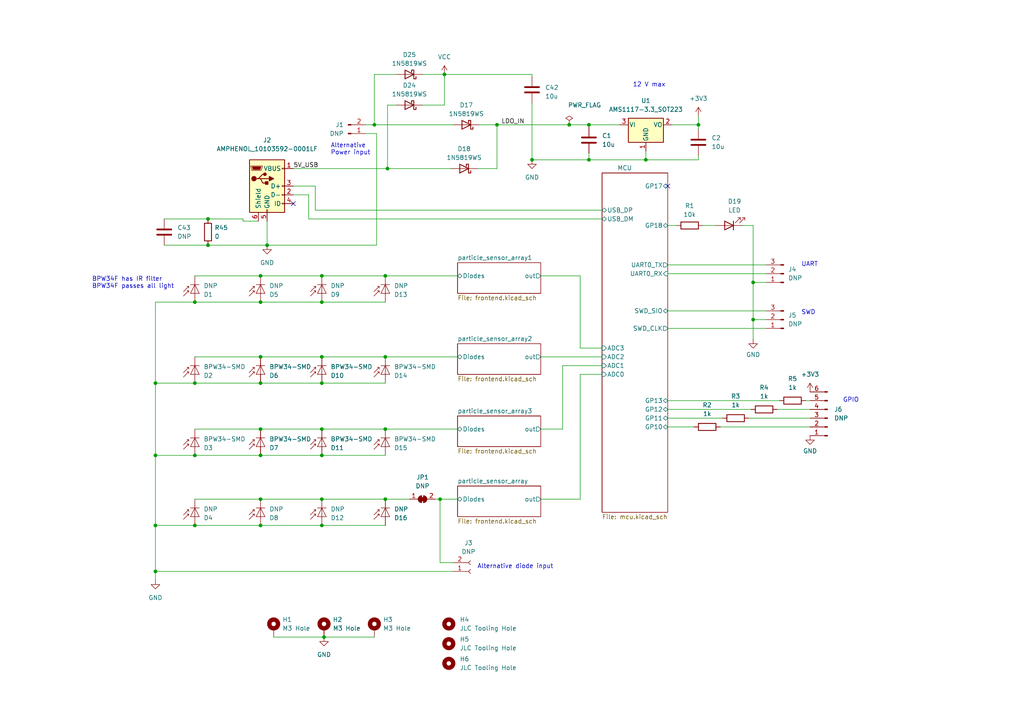
<source format=kicad_sch>
(kicad_sch (version 20230121) (generator eeschema)
  (paper "A4")
  (title_block (title "Beta Board") (date "2023-12-28") (rev "R1.1") (company "Tim Kuhlbusch") (comment 1 "Beta radiation detector"))
  (lib_symbols
    (symbol "Connector:Conn_01x02_Female" (pin_names (offset 1.016) hide)
      (property "Reference" "J" (at 0 2.54 0))
      (property "Value" "Conn_01x02_Female" (at 0 -5.08 0))
      (symbol "Conn_01x02_Female_1_1"
        (arc (start 0 -2.032) (mid -0.5058 -2.54) (end 0 -3.048) (stroke (width 0.1524)))
        (polyline (pts (xy -1.27 -2.54) (xy -0.508 -2.54)) (stroke (width 0.1524)))
        (polyline (pts (xy -1.27 0) (xy -0.508 0)) (stroke (width 0.1524)))
        (arc (start 0 0.508) (mid -0.5058 0) (end 0 -0.508) (stroke (width 0.1524)))
        (pin passive line (at -5.08 0 0) (length 3.81) (name "Pin_1") (number "1"))
        (pin passive line (at -5.08 -2.54 0) (length 3.81) (name "Pin_2") (number "2"))
      )
    )
    (symbol "Connector:Conn_01x02_Male" (pin_names (offset 1.016) hide)
      (property "Reference" "J" (at 0 2.54 0))
      (property "Value" "Conn_01x02_Male" (at 0 -5.08 0))
      (symbol "Conn_01x02_Male_1_1"
        (polyline (pts (xy 1.27 -2.54) (xy 0.8636 -2.54)) (stroke (width 0.1524)))
        (polyline (pts (xy 1.27 0) (xy 0.8636 0)) (stroke (width 0.1524)))
        (rectangle (start 0.8636 -2.413) (end 0 -2.667) (stroke (width 0.1524)) (fill (type outline)))
        (rectangle (start 0.8636 0.127) (end 0 -0.127) (stroke (width 0.1524)) (fill (type outline)))
        (pin passive line (at 5.08 0 180) (length 3.81) (name "Pin_1") (number "1"))
        (pin passive line (at 5.08 -2.54 180) (length 3.81) (name "Pin_2") (number "2"))
      )
    )
    (symbol "Connector:Conn_01x03_Male" (pin_names (offset 1.016) hide)
      (property "Reference" "J" (at 0 5.08 0))
      (property "Value" "Conn_01x03_Male" (at 0 -5.08 0))
      (symbol "Conn_01x03_Male_1_1"
        (polyline (pts (xy 1.27 -2.54) (xy 0.8636 -2.54)) (stroke (width 0.1524)))
        (polyline (pts (xy 1.27 0) (xy 0.8636 0)) (stroke (width 0.1524)))
        (polyline (pts (xy 1.27 2.54) (xy 0.8636 2.54)) (stroke (width 0.1524)))
        (rectangle (start 0.8636 -2.413) (end 0 -2.667) (stroke (width 0.1524)) (fill (type outline)))
        (rectangle (start 0.8636 0.127) (end 0 -0.127) (stroke (width 0.1524)) (fill (type outline)))
        (rectangle (start 0.8636 2.667) (end 0 2.413) (stroke (width 0.1524)) (fill (type outline)))
        (pin passive line (at 5.08 2.54 180) (length 3.81) (name "Pin_1") (number "1"))
        (pin passive line (at 5.08 0 180) (length 3.81) (name "Pin_2") (number "2"))
        (pin passive line (at 5.08 -2.54 180) (length 3.81) (name "Pin_3") (number "3"))
      )
    )
    (symbol "Connector:Conn_01x06_Male" (pin_names (offset 1.016) hide)
      (property "Reference" "J" (at 0 7.62 0))
      (property "Value" "Conn_01x06_Male" (at 0 -10.16 0))
      (symbol "Conn_01x06_Male_1_1"
        (polyline (pts (xy 1.27 -7.62) (xy 0.8636 -7.62)) (stroke (width 0.1524)))
        (polyline (pts (xy 1.27 -5.08) (xy 0.8636 -5.08)) (stroke (width 0.1524)))
        (polyline (pts (xy 1.27 -2.54) (xy 0.8636 -2.54)) (stroke (width 0.1524)))
        (polyline (pts (xy 1.27 0) (xy 0.8636 0)) (stroke (width 0.1524)))
        (polyline (pts (xy 1.27 2.54) (xy 0.8636 2.54)) (stroke (width 0.1524)))
        (polyline (pts (xy 1.27 5.08) (xy 0.8636 5.08)) (stroke (width 0.1524)))
        (rectangle (start 0.8636 -7.493) (end 0 -7.747) (stroke (width 0.1524)) (fill (type outline)))
        (rectangle (start 0.8636 -4.953) (end 0 -5.207) (stroke (width 0.1524)) (fill (type outline)))
        (rectangle (start 0.8636 -2.413) (end 0 -2.667) (stroke (width 0.1524)) (fill (type outline)))
        (rectangle (start 0.8636 0.127) (end 0 -0.127) (stroke (width 0.1524)) (fill (type outline)))
        (rectangle (start 0.8636 2.667) (end 0 2.413) (stroke (width 0.1524)) (fill (type outline)))
        (rectangle (start 0.8636 5.207) (end 0 4.953) (stroke (width 0.1524)) (fill (type outline)))
        (pin passive line (at 5.08 5.08 180) (length 3.81) (name "Pin_1") (number "1"))
        (pin passive line (at 5.08 2.54 180) (length 3.81) (name "Pin_2") (number "2"))
        (pin passive line (at 5.08 0 180) (length 3.81) (name "Pin_3") (number "3"))
        (pin passive line (at 5.08 -2.54 180) (length 3.81) (name "Pin_4") (number "4"))
        (pin passive line (at 5.08 -5.08 180) (length 3.81) (name "Pin_5") (number "5"))
        (pin passive line (at 5.08 -7.62 180) (length 3.81) (name "Pin_6") (number "6"))
      )
    )
    (symbol "Connector:USB_B_Micro" (pin_names (offset 1.016))
      (property "Reference" "J" (at -5.08 11.43 0))
      (property "Value" "USB_B_Micro" (at -5.08 8.89 0))
      (symbol "USB_B_Micro_0_1"
        (rectangle (start -5.08 -7.62) (end 5.08 7.62) (stroke (width 0.254)) (fill (type background)))
        (circle (center -3.81 2.159) (radius 0.635) (stroke (width 0.254)) (fill (type outline)))
        (circle (center -0.635 3.429) (radius 0.381) (stroke (width 0.254)) (fill (type outline)))
        (rectangle (start -0.127 -7.62) (end 0.127 -6.858))
        (polyline (pts (xy -1.905 2.159) (xy 0.635 2.159)) (stroke (width 0.254)))
        (polyline (pts (xy -3.175 2.159) (xy -2.54 2.159) (xy -1.27 3.429) (xy -0.635 3.429)) (stroke (width 0.254)))
        (polyline (pts (xy -2.54 2.159) (xy -1.905 2.159) (xy -1.27 0.889) (xy 0 0.889)) (stroke (width 0.254)))
        (polyline (pts (xy 0.635 2.794) (xy 0.635 1.524) (xy 1.905 2.159) (xy 0.635 2.794)) (stroke (width 0.254)) (fill (type outline)))
        (polyline (pts (xy -4.318 5.588) (xy -1.778 5.588) (xy -2.032 4.826) (xy -4.064 4.826) (xy -4.318 5.588)) (fill (type outline)))
        (polyline (pts (xy -4.699 5.842) (xy -4.699 5.588) (xy -4.445 4.826) (xy -4.445 4.572) (xy -1.651 4.572) (xy -1.651 4.826) (xy -1.397 5.588) (xy -1.397 5.842) (xy -4.699 5.842)))
        (rectangle (start 0.254 1.27) (end -0.508 0.508) (stroke (width 0.254)) (fill (type outline)))
        (rectangle (start 5.08 -5.207) (end 4.318 -4.953))
        (rectangle (start 5.08 -2.667) (end 4.318 -2.413))
        (rectangle (start 5.08 -0.127) (end 4.318 0.127))
        (rectangle (start 5.08 4.953) (end 4.318 5.207))
      )
      (symbol "USB_B_Micro_1_1"
        (pin power_out line (at 7.62 5.08 180) (length 2.54) (name "VBUS") (number "1"))
        (pin bidirectional line (at 7.62 -2.54 180) (length 2.54) (name "D-") (number "2"))
        (pin bidirectional line (at 7.62 0 180) (length 2.54) (name "D+") (number "3"))
        (pin passive line (at 7.62 -5.08 180) (length 2.54) (name "ID") (number "4"))
        (pin power_out line (at 0 -10.16 90) (length 2.54) (name "GND") (number "5"))
        (pin passive line (at -2.54 -10.16 90) (length 2.54) (name "Shield") (number "6"))
      )
    )
    (symbol "Device:C" (pin_numbers hide) (pin_names (offset 0.254))
      (property "Reference" "C" (at 0.635 2.54 0))
      (property "Value" "C" (at 0.635 -2.54 0))
      (symbol "C_0_1"
        (polyline (pts (xy -2.032 -0.762) (xy 2.032 -0.762)) (stroke (width 0.508)))
        (polyline (pts (xy -2.032 0.762) (xy 2.032 0.762)) (stroke (width 0.508)))
      )
      (symbol "C_1_1"
        (pin passive line (at 0 3.81 270) (length 2.794) (name "~") (number "1"))
        (pin passive line (at 0 -3.81 90) (length 2.794) (name "~") (number "2"))
      )
    )
    (symbol "Device:LED" (pin_numbers hide) (pin_names (offset 1.016) hide)
      (property "Reference" "D" (at 0 2.54 0))
      (property "Value" "LED" (at 0 -2.54 0))
      (symbol "LED_0_1"
        (polyline (pts (xy -1.27 -1.27) (xy -1.27 1.27)) (stroke (width 0.254)))
        (polyline (pts (xy -1.27 0) (xy 1.27 0)))
        (polyline (pts (xy 1.27 -1.27) (xy 1.27 1.27) (xy -1.27 0) (xy 1.27 -1.27)) (stroke (width 0.254)))
        (polyline (pts (xy -3.048 -0.762) (xy -4.572 -2.286) (xy -3.81 -2.286) (xy -4.572 -2.286) (xy -4.572 -1.524)))
        (polyline (pts (xy -1.778 -0.762) (xy -3.302 -2.286) (xy -2.54 -2.286) (xy -3.302 -2.286) (xy -3.302 -1.524)))
      )
      (symbol "LED_1_1"
        (pin passive line (at -3.81 0 0) (length 2.54) (name "K") (number "1"))
        (pin passive line (at 3.81 0 180) (length 2.54) (name "A") (number "2"))
      )
    )
    (symbol "Device:R" (pin_numbers hide) (pin_names (offset 0))
      (property "Reference" "R" (at 2.032 0 90))
      (property "Value" "R" (at 0 0 90))
      (symbol "R_0_1"
        (rectangle (start -1.016 -2.54) (end 1.016 2.54) (stroke (width 0.254)))
      )
      (symbol "R_1_1"
        (pin passive line (at 0 3.81 270) (length 1.27) (name "~") (number "1"))
        (pin passive line (at 0 -3.81 90) (length 1.27) (name "~") (number "2"))
      )
    )
    (symbol "Diode:1N5819WS" (pin_numbers hide) (pin_names (offset 1.016) hide)
      (property "Reference" "D" (at 0 2.54 0))
      (property "Value" "1N5819WS" (at 0 -2.54 0))
      (symbol "1N5819WS_0_1"
        (polyline (pts (xy 1.27 0) (xy -1.27 0)))
        (polyline (pts (xy 1.27 1.27) (xy 1.27 -1.27) (xy -1.27 0) (xy 1.27 1.27)) (stroke (width 0.254)))
        (polyline (pts (xy -1.905 0.635) (xy -1.905 1.27) (xy -1.27 1.27) (xy -1.27 -1.27) (xy -0.635 -1.27) (xy -0.635 -0.635)) (stroke (width 0.254)))
      )
      (symbol "1N5819WS_1_1"
        (pin passive line (at -3.81 0 0) (length 2.54) (name "K") (number "1"))
        (pin passive line (at 3.81 0 180) (length 2.54) (name "A") (number "2"))
      )
    )
    (symbol "Jumper:SolderJumper_2_Bridged" (pin_names (offset 0) hide)
      (property "Reference" "JP" (at 0 2.032 0))
      (property "Value" "SolderJumper_2_Bridged" (at 0 -2.54 0))
      (symbol "SolderJumper_2_Bridged_0_1"
        (rectangle (start -0.508 0.508) (end 0.508 -0.508) (fill (type outline)))
        (arc (start -0.254 1.016) (mid -1.2656 0) (end -0.254 -1.016))
        (arc (start -0.254 1.016) (mid -1.2656 0) (end -0.254 -1.016) (fill (type outline)))
        (polyline (pts (xy -0.254 1.016) (xy -0.254 -1.016)))
        (polyline (pts (xy 0.254 1.016) (xy 0.254 -1.016)))
        (arc (start 0.254 -1.016) (mid 1.2656 0) (end 0.254 1.016))
        (arc (start 0.254 -1.016) (mid 1.2656 0) (end 0.254 1.016) (fill (type outline)))
      )
      (symbol "SolderJumper_2_Bridged_1_1"
        (pin passive line (at -3.81 0 0) (length 2.54) (name "A") (number "1"))
        (pin passive line (at 3.81 0 180) (length 2.54) (name "B") (number "2"))
      )
    )
    (symbol "Mechanical:MountingHole" (pin_names (offset 1.016))
      (property "Reference" "H" (at 0 5.08 0))
      (property "Value" "MountingHole" (at 0 3.175 0))
      (symbol "MountingHole_0_1"
        (circle (center 0 0) (radius 1.27) (stroke (width 1.27)))
      )
    )
    (symbol "Mechanical:MountingHole_Pad" (pin_numbers hide) (pin_names (offset 1.016) hide)
      (property "Reference" "H" (at 0 6.35 0))
      (property "Value" "MountingHole_Pad" (at 0 4.445 0))
      (symbol "MountingHole_Pad_0_1"
        (circle (center 0 1.27) (radius 1.27) (stroke (width 1.27)))
      )
      (symbol "MountingHole_Pad_1_1"
        (pin input line (at 0 -2.54 90) (length 2.54) (name "1") (number "1"))
      )
    )
    (symbol "Regulator_Linear:NCP1117-3.3_SOT223" (pin_names (offset 0.254))
      (property "Reference" "U" (at -3.81 3.175 0))
      (property "Value" "NCP1117-3.3_SOT223" (at 0 3.175 0))
      (symbol "NCP1117-3.3_SOT223_0_1"
        (rectangle (start -5.08 -5.08) (end 5.08 1.905) (stroke (width 0.254)) (fill (type background)))
      )
      (symbol "NCP1117-3.3_SOT223_1_1"
        (pin power_in line (at 0 -7.62 90) (length 2.54) (name "GND") (number "1"))
        (pin power_out line (at 7.62 0 180) (length 2.54) (name "VO") (number "2"))
        (pin power_in line (at -7.62 0 0) (length 2.54) (name "VI") (number "3"))
      )
    )
    (symbol "Sensor_Optical:BPW34-SMD" (pin_numbers hide) (pin_names (offset 1.016) hide)
      (property "Reference" "D" (at 0.508 1.778 0))
      (property "Value" "BPW34-SMD" (at -1.016 -2.794 0))
      (symbol "BPW34-SMD_0_1"
        (polyline (pts (xy -2.54 1.27) (xy -2.54 -1.27)) (stroke (width 0.1524)))
        (polyline (pts (xy -2.032 1.778) (xy -1.524 1.778)))
        (polyline (pts (xy 0 -1.27) (xy 0 1.27)))
        (polyline (pts (xy 0 0) (xy -2.54 0)))
        (polyline (pts (xy -0.508 3.302) (xy -2.032 1.778) (xy -2.032 2.286)))
        (polyline (pts (xy 0 1.27) (xy -2.54 0) (xy 0 -1.27)))
        (polyline (pts (xy 0.762 3.302) (xy -0.762 1.778) (xy -0.762 2.286) (xy -0.762 1.778) (xy -0.254 1.778)))
      )
      (symbol "BPW34-SMD_1_1"
        (pin passive line (at -5.08 0 0) (length 2.54) (name "K") (number "1"))
        (pin passive line (at 2.54 0 180) (length 2.54) (name "A") (number "2"))
      )
    )
    (symbol "power:+3V3" (power) (pin_names (offset 0))
      (property "Value" "+3V3" (at 0 3.556 0))
      (symbol "+3V3_0_1"
        (polyline (pts (xy -0.762 1.27) (xy 0 2.54)))
        (polyline (pts (xy 0 0) (xy 0 2.54)))
        (polyline (pts (xy 0 2.54) (xy 0.762 1.27)))
      )
      (symbol "+3V3_1_1"
        (pin power_in line (at 0 0 90) (length 0) hide (name "+3V3") (number "1"))
      )
    )
    (symbol "power:GND" (power) (pin_names (offset 0))
      (property "Value" "GND" (at 0 -3.81 0))
      (symbol "GND_0_1"
        (polyline (pts (xy 0 0) (xy 0 -1.27) (xy 1.27 -1.27) (xy 0 -2.54) (xy -1.27 -1.27) (xy 0 -1.27)))
      )
      (symbol "GND_1_1"
        (pin power_in line (at 0 0 270) (length 0) hide (name "GND") (number "1"))
      )
    )
    (symbol "power:PWR_FLAG" (power) (pin_numbers hide) (pin_names (offset 0) hide)
      (property "Value" "PWR_FLAG" (at 0 3.81 0))
      (symbol "PWR_FLAG_0_0"
        (pin power_out line (at 0 0 90) (length 0) (name "pwr") (number "1"))
      )
      (symbol "PWR_FLAG_0_1"
        (polyline (pts (xy 0 0) (xy 0 1.27) (xy -1.016 1.905) (xy 0 2.54) (xy 1.016 1.905) (xy 0 1.27)))
      )
    )
    (symbol "power:VCC" (power) (pin_names (offset 0))
      (property "Value" "VCC" (at 0 3.81 0))
      (symbol "VCC_0_1"
        (polyline (pts (xy -0.762 1.27) (xy 0 2.54)))
        (polyline (pts (xy 0 0) (xy 0 2.54)))
        (polyline (pts (xy 0 2.54) (xy 0.762 1.27)))
      )
      (symbol "VCC_1_1"
        (pin power_in line (at 0 0 90) (length 0) hide (name "VCC") (number "1"))
      )
    )
  )
  (junction (at 56.515 132.08))
  (junction (at 170.815 36.195))
  (junction (at 170.815 46.355))
  (junction (at 165.1 36.195))
  (junction (at 93.345 152.4))
  (junction (at 56.515 87.63))
  (junction (at 75.565 144.78))
  (junction (at 111.76 124.46))
  (junction (at 93.345 132.08))
  (junction (at 75.565 80.01))
  (junction (at 77.47 71.12))
  (junction (at 187.325 46.355))
  (junction (at 56.515 152.4))
  (junction (at 45.085 132.08))
  (junction (at 93.345 80.01))
  (junction (at 144.145 36.195))
  (junction (at 218.44 81.915))
  (junction (at 45.085 152.4))
  (junction (at 202.565 36.195))
  (junction (at 154.305 46.355))
  (junction (at 45.085 165.735))
  (junction (at 112.395 48.895))
  (junction (at 60.325 71.12))
  (junction (at 93.345 144.78))
  (junction (at 75.565 152.4))
  (junction (at 75.565 103.505))
  (junction (at 93.345 103.505))
  (junction (at 111.76 80.01))
  (junction (at 108.585 36.195))
  (junction (at 93.345 124.46))
  (junction (at 45.085 111.125))
  (junction (at 56.515 111.125))
  (junction (at 60.325 63.5))
  (junction (at 75.565 87.63))
  (junction (at 75.565 124.46))
  (junction (at 127.635 144.78))
  (junction (at 111.76 144.78))
  (junction (at 75.565 111.125))
  (junction (at 93.345 87.63))
  (junction (at 218.44 92.71))
  (junction (at 93.98 184.785))
  (junction (at 75.565 132.08))
  (junction (at 93.345 111.125))
  (junction (at 128.905 21.59))
  (junction (at 111.76 103.505))
  (no_connect (at 85.09 59.055))
  (no_connect (at 193.675 53.975))
  (wire (pts (xy 91.44 60.96) (xy 174.625 60.96)))
  (wire (pts (xy 56.515 87.63) (xy 45.085 87.63)))
  (wire (pts (xy 168.275 80.01) (xy 156.845 80.01)))
  (wire (pts (xy 111.76 103.505) (xy 132.715 103.505)))
  (wire (pts (xy 139.065 36.195) (xy 144.145 36.195)))
  (wire (pts (xy 56.515 80.01) (xy 75.565 80.01)))
  (wire (pts (xy 70.485 63.5) (xy 70.485 64.135)))
  (wire (pts (xy 128.905 21.59) (xy 154.305 21.59)))
  (wire (pts (xy 193.675 79.375) (xy 222.25 79.375)))
  (wire (pts (xy 154.305 29.845) (xy 154.305 46.355)))
  (wire (pts (xy 93.345 87.63) (xy 111.76 87.63)))
  (wire (pts (xy 138.43 48.895) (xy 144.145 48.895)))
  (wire (pts (xy 111.76 80.01) (xy 132.715 80.01)))
  (wire (pts (xy 233.68 116.205) (xy 234.95 116.205)))
  (wire (pts (xy 207.645 65.405) (xy 203.835 65.405)))
  (wire (pts (xy 127.635 144.78) (xy 132.715 144.78)))
  (wire (pts (xy 218.44 92.71) (xy 222.25 92.71)))
  (wire (pts (xy 75.565 124.46) (xy 93.345 124.46)))
  (wire (pts (xy 60.325 63.5) (xy 70.485 63.5)))
  (wire (pts (xy 156.845 103.505) (xy 174.625 103.505)))
  (wire (pts (xy 79.375 184.785) (xy 93.98 184.785)))
  (wire (pts (xy 93.345 80.01) (xy 111.76 80.01)))
  (wire (pts (xy 85.09 53.975) (xy 91.44 53.975)))
  (wire (pts (xy 93.345 103.505) (xy 111.76 103.505)))
  (wire (pts (xy 45.085 165.735) (xy 45.085 168.275)))
  (wire (pts (xy 56.515 124.46) (xy 75.565 124.46)))
  (wire (pts (xy 163.195 124.46) (xy 163.195 106.045)))
  (wire (pts (xy 202.565 36.195) (xy 202.565 37.465)))
  (wire (pts (xy 128.905 21.59) (xy 128.905 30.48)))
  (wire (pts (xy 111.76 144.78) (xy 118.745 144.78)))
  (wire (pts (xy 45.085 111.125) (xy 56.515 111.125)))
  (wire (pts (xy 122.555 21.59) (xy 128.905 21.59)))
  (wire (pts (xy 45.085 132.08) (xy 45.085 152.4)))
  (wire (pts (xy 93.345 124.46) (xy 111.76 124.46)))
  (wire (pts (xy 85.09 48.895) (xy 112.395 48.895)))
  (wire (pts (xy 56.515 103.505) (xy 75.565 103.505)))
  (wire (pts (xy 47.625 71.12) (xy 60.325 71.12)))
  (wire (pts (xy 218.44 81.915) (xy 222.25 81.915)))
  (wire (pts (xy 112.395 48.895) (xy 112.395 30.48)))
  (wire (pts (xy 126.365 144.78) (xy 127.635 144.78)))
  (wire (pts (xy 56.515 152.4) (xy 75.565 152.4)))
  (wire (pts (xy 174.625 108.585) (xy 168.275 108.585)))
  (wire (pts (xy 127.635 163.195) (xy 131.445 163.195)))
  (wire (pts (xy 56.515 144.78) (xy 75.565 144.78)))
  (wire (pts (xy 128.905 30.48) (xy 122.555 30.48)))
  (wire (pts (xy 93.345 132.08) (xy 111.76 132.08)))
  (wire (pts (xy 56.515 132.08) (xy 75.565 132.08)))
  (wire (pts (xy 85.09 56.515) (xy 89.535 56.515)))
  (wire (pts (xy 168.275 144.78) (xy 156.845 144.78)))
  (wire (pts (xy 75.565 80.01) (xy 93.345 80.01)))
  (wire (pts (xy 127.635 144.78) (xy 127.635 163.195)))
  (wire (pts (xy 215.265 65.405) (xy 218.44 65.405)))
  (wire (pts (xy 144.145 36.195) (xy 165.1 36.195)))
  (wire (pts (xy 170.815 44.45) (xy 170.815 46.355)))
  (wire (pts (xy 56.515 111.125) (xy 75.565 111.125)))
  (wire (pts (xy 218.44 92.71) (xy 218.44 98.425)))
  (wire (pts (xy 170.815 36.83) (xy 170.815 36.195)))
  (wire (pts (xy 93.345 144.78) (xy 111.76 144.78)))
  (wire (pts (xy 77.47 64.135) (xy 77.47 71.12)))
  (wire (pts (xy 89.535 56.515) (xy 89.535 63.5)))
  (wire (pts (xy 156.845 124.46) (xy 163.195 124.46)))
  (wire (pts (xy 75.565 111.125) (xy 93.345 111.125)))
  (wire (pts (xy 89.535 63.5) (xy 174.625 63.5)))
  (wire (pts (xy 75.565 87.63) (xy 93.345 87.63)))
  (wire (pts (xy 170.815 36.195) (xy 179.705 36.195)))
  (wire (pts (xy 193.675 65.405) (xy 196.215 65.405)))
  (wire (pts (xy 47.625 63.5) (xy 60.325 63.5)))
  (wire (pts (xy 187.325 43.815) (xy 187.325 46.355)))
  (wire (pts (xy 202.565 33.655) (xy 202.565 36.195)))
  (wire (pts (xy 70.485 64.135) (xy 74.93 64.135)))
  (wire (pts (xy 56.515 87.63) (xy 75.565 87.63)))
  (wire (pts (xy 168.275 108.585) (xy 168.275 144.78)))
  (wire (pts (xy 144.145 48.895) (xy 144.145 36.195)))
  (wire (pts (xy 165.1 36.195) (xy 170.815 36.195)))
  (wire (pts (xy 91.44 53.975) (xy 91.44 60.96)))
  (wire (pts (xy 45.085 87.63) (xy 45.085 111.125)))
  (wire (pts (xy 193.675 118.745) (xy 217.805 118.745)))
  (wire (pts (xy 208.915 123.825) (xy 234.95 123.825)))
  (wire (pts (xy 45.085 111.125) (xy 45.085 132.08)))
  (wire (pts (xy 108.585 21.59) (xy 114.935 21.59)))
  (wire (pts (xy 75.565 103.505) (xy 93.345 103.505)))
  (wire (pts (xy 154.305 21.59) (xy 154.305 22.225)))
  (wire (pts (xy 168.275 100.965) (xy 168.275 80.01)))
  (wire (pts (xy 194.945 36.195) (xy 202.565 36.195)))
  (wire (pts (xy 75.565 132.08) (xy 93.345 132.08)))
  (wire (pts (xy 193.675 76.835) (xy 222.25 76.835)))
  (wire (pts (xy 202.565 46.355) (xy 202.565 45.085)))
  (wire (pts (xy 187.325 46.355) (xy 202.565 46.355)))
  (wire (pts (xy 75.565 152.4) (xy 93.345 152.4)))
  (wire (pts (xy 154.305 46.355) (xy 170.815 46.355)))
  (wire (pts (xy 45.085 132.08) (xy 56.515 132.08)))
  (wire (pts (xy 193.675 123.825) (xy 201.295 123.825)))
  (wire (pts (xy 45.085 152.4) (xy 45.085 165.735)))
  (wire (pts (xy 193.675 95.25) (xy 222.25 95.25)))
  (wire (pts (xy 112.395 30.48) (xy 114.935 30.48)))
  (wire (pts (xy 163.195 106.045) (xy 174.625 106.045)))
  (wire (pts (xy 108.585 36.195) (xy 108.585 21.59)))
  (wire (pts (xy 168.275 100.965) (xy 174.625 100.965)))
  (wire (pts (xy 93.345 152.4) (xy 111.76 152.4)))
  (wire (pts (xy 170.815 46.355) (xy 187.325 46.355)))
  (wire (pts (xy 225.425 118.745) (xy 234.95 118.745)))
  (wire (pts (xy 93.345 111.125) (xy 111.76 111.125)))
  (wire (pts (xy 218.44 81.915) (xy 218.44 92.71)))
  (wire (pts (xy 93.98 184.785) (xy 108.585 184.785)))
  (wire (pts (xy 60.325 71.12) (xy 77.47 71.12)))
  (wire (pts (xy 111.76 124.46) (xy 132.715 124.46)))
  (wire (pts (xy 218.44 65.405) (xy 218.44 81.915)))
  (wire (pts (xy 106.045 36.195) (xy 108.585 36.195)))
  (wire (pts (xy 193.675 116.205) (xy 226.06 116.205)))
  (wire (pts (xy 193.675 121.285) (xy 209.55 121.285)))
  (wire (pts (xy 112.395 48.895) (xy 130.81 48.895)))
  (wire (pts (xy 75.565 144.78) (xy 93.345 144.78)))
  (wire (pts (xy 108.585 36.195) (xy 131.445 36.195)))
  (wire (pts (xy 193.675 90.17) (xy 222.25 90.17)))
  (wire (pts (xy 109.22 38.735) (xy 109.22 71.12)))
  (wire (pts (xy 106.045 38.735) (xy 109.22 38.735)))
  (wire (pts (xy 77.47 71.12) (xy 109.22 71.12)))
  (wire (pts (xy 217.17 121.285) (xy 234.95 121.285)))
  (wire (pts (xy 45.085 165.735) (xy 131.445 165.735)))
  (wire (pts (xy 45.085 152.4) (xy 56.515 152.4)))
  (text "SWD" (at 232.41 91.44 0) (effects (font (size 1.27 1.27)) (justify left bottom)))
  (text "12 V max" (at 183.515 25.4 0) (effects (font (size 1.27 1.27)) (justify left bottom)))
  (text "Alternative\nPower input" (at 95.885 45.085 0) (effects (font (size 1.27 1.27)) (justify left bottom)))
  (text "Alternative diode input" (at 138.43 165.1 0) (effects (font (size 1.27 1.27)) (justify left bottom)))
  (text "GPIO" (at 244.475 116.84 0) (effects (font (size 1.27 1.27)) (justify left bottom)))
  (text "BPW34F has IR filter\nBPW34F passes all light" (at 26.67 83.82 0) (effects (font (size 1.27 1.27)) (justify left bottom)))
  (text "UART" (at 232.41 77.47 0) (effects (font (size 1.27 1.27)) (justify left bottom)))
  (label "LDO_IN" (at 145.415 36.195 0))
  (label "5V_USB" (at 85.09 48.895 0))
  (symbol (lib_id "Diode:1N5819WS") (at 118.745 21.59 180) (unit 1)
    (property "Reference" "D25" (at 118.745 15.875 0))
    (property "Value" "1N5819WS" (at 118.745 18.415 0))
    (property "Footprint" "Diode_SMD:D_SOD-323" (effects hide))
    (property "Datasheet" "https://datasheet.lcsc.com/lcsc/2204281430_Guangdong-Hottech-1N5819WS_C191023.pdf" (effects hide))
  )
  (symbol (lib_id "Mechanical:MountingHole") (at 130.175 180.975 0) (unit 1) (in_bom no)
    (property "Reference" "H4" (at 133.35 179.7049 0) (effects (justify left)))
    (property "Value" "JLC Tooling Hole" (at 133.35 182.2449 0) (effects (justify left)))
    (property "Footprint" "betaBoard:JLC_tooling_hole" (effects hide))
  )
  (symbol (lib_id "Mechanical:MountingHole_Pad") (at 93.98 182.245 0) (unit 1) (in_bom no)
    (property "Reference" "H2" (at 96.52 179.7049 0) (effects (justify left)))
    (property "Value" "M3 Hole" (at 96.52 182.2449 0) (effects (justify left)))
    (property "Footprint" "MountingHole:MountingHole_2.7mm_M2.5_DIN965_Pad" (effects hide))
  )
  (symbol (lib_id "Device:R") (at 200.025 65.405 270) (unit 1)
    (property "Reference" "R1" (at 200.025 59.69 90))
    (property "Value" "10k" (at 200.025 62.23 90))
    (property "Footprint" "Resistor_SMD:R_0603_1608Metric" (effects hide))
  )
  (symbol (lib_id "Connector:Conn_01x03_Male") (at 227.33 79.375 180) (unit 1)
    (property "Reference" "J4" (at 228.6 78.1049 0) (effects (justify right)))
    (property "Value" "DNP" (at 228.6 80.6449 0) (effects (justify right)))
    (property "Footprint" "Connector_PinHeader_2.54mm:PinHeader_1x03_P2.54mm_Vertical" (effects hide))
  )
  (symbol (lib_id "Diode:1N5819WS") (at 118.745 30.48 180) (unit 1)
    (property "Reference" "D24" (at 118.745 24.765 0))
    (property "Value" "1N5819WS" (at 118.745 27.305 0))
    (property "Footprint" "Diode_SMD:D_SOD-323" (effects hide))
    (property "Datasheet" "https://datasheet.lcsc.com/lcsc/2204281430_Guangdong-Hottech-1N5819WS_C191023.pdf" (effects hide))
  )
  (symbol (lib_id "Diode:1N5819WS") (at 134.62 48.895 180) (unit 1)
    (property "Reference" "D18" (at 134.62 43.18 0))
    (property "Value" "1N5819WS" (at 134.62 45.72 0))
    (property "Footprint" "Diode_SMD:D_SOD-323" (effects hide))
    (property "Datasheet" "https://datasheet.lcsc.com/lcsc/2204281430_Guangdong-Hottech-1N5819WS_C191023.pdf" (effects hide))
  )
  (symbol (lib_id "power:PWR_FLAG") (at 165.1 36.195 0) (unit 1)
    (property "Reference" "#FLG01" (effects hide))
    (property "Value" "PWR_FLAG" (at 169.545 30.48 0))
  )
  (symbol (lib_id "Sensor_Optical:BPW34-SMD") (at 93.345 129.54 90) (mirror x) (unit 1)
    (property "Reference" "D11" (at 95.885 129.883 90) (effects (justify right)))
    (property "Value" "BPW34-SMD" (at 95.885 127.343 90) (effects (justify right)))
    (property "Footprint" "betaBoard:Osram_BPW34S-SMD_hole" (effects hide))
    (property "Datasheet" "https://dammedia.osram.info/media/resource/hires/osram-dam-5488319/BPW%2034%20S_EN.pdf" (effects hide))
  )
  (symbol (lib_id "Mechanical:MountingHole_Pad") (at 108.585 182.245 0) (unit 1) (in_bom no)
    (property "Reference" "H3" (at 111.125 179.7049 0) (effects (justify left)))
    (property "Value" "M3 Hole" (at 111.125 182.2449 0) (effects (justify left)))
    (property "Footprint" "MountingHole:MountingHole_2.7mm_M2.5_DIN965_Pad" (effects hide))
  )
  (symbol (lib_id "Sensor_Optical:BPW34-SMD") (at 56.515 149.86 90) (mirror x) (unit 1)
    (property "Reference" "D4" (at 59.055 150.203 90) (effects (justify right)))
    (property "Value" "DNP" (at 59.055 147.663 90) (effects (justify right)))
    (property "Footprint" "OptoDevice:Osram_BPW34S-SMD" (effects hide))
    (property "Datasheet" "https://dammedia.osram.info/media/resource/hires/osram-dam-5488319/BPW%2034%20S_EN.pdf" (effects hide))
  )
  (symbol (lib_id "Device:C") (at 202.565 41.275 0) (unit 1)
    (property "Reference" "C2" (at 206.375 40.0049 0) (effects (justify left)))
    (property "Value" "10u" (at 206.375 42.5449 0) (effects (justify left)))
    (property "Footprint" "Capacitor_SMD:C_1206_3216Metric" (effects hide))
  )
  (symbol (lib_id "Sensor_Optical:BPW34-SMD") (at 56.515 85.09 90) (mirror x) (unit 1)
    (property "Reference" "D1" (at 59.055 85.433 90) (effects (justify right)))
    (property "Value" "DNP" (at 59.055 82.893 90) (effects (justify right)))
    (property "Footprint" "OptoDevice:Osram_BPW34S-SMD" (effects hide))
    (property "Datasheet" "https://dammedia.osram.info/media/resource/hires/osram-dam-5488319/BPW%2034%20S_EN.pdf" (effects hide))
  )
  (symbol (lib_id "Device:C") (at 47.625 67.31 0) (unit 1)
    (property "Reference" "C43" (at 51.435 66.04 0) (effects (justify left)))
    (property "Value" "DNP" (at 51.435 68.58 0) (effects (justify left)))
    (property "Footprint" "Capacitor_SMD:C_0603_1608Metric" (effects hide))
  )
  (symbol (lib_id "Device:LED") (at 211.455 65.405 180) (unit 1)
    (property "Reference" "D19" (at 213.0425 58.42 0))
    (property "Value" "LED" (at 213.0425 60.96 0))
    (property "Footprint" "LED_SMD:LED_0603_1608Metric" (effects hide))
  )
  (symbol (lib_id "Mechanical:MountingHole") (at 130.175 186.69 0) (unit 1) (in_bom no)
    (property "Reference" "H5" (at 133.35 185.4199 0) (effects (justify left)))
    (property "Value" "JLC Tooling Hole" (at 133.35 187.9599 0) (effects (justify left)))
    (property "Footprint" "betaBoard:JLC_tooling_hole" (effects hide))
  )
  (symbol (lib_id "Device:C") (at 154.305 26.035 0) (unit 1)
    (property "Reference" "C42" (at 158.115 25.4 0) (effects (justify left)))
    (property "Value" "10u" (at 158.115 27.94 0) (effects (justify left)))
    (property "Footprint" "Capacitor_SMD:C_1206_3216Metric" (effects hide))
  )
  (symbol (lib_id "power:GND") (at 45.085 168.275 0) (unit 1)
    (property "Reference" "#PWR04" (effects hide))
    (property "Value" "GND" (at 45.085 173.355 0))
  )
  (symbol (lib_id "Sensor_Optical:BPW34-SMD") (at 75.565 85.09 90) (mirror x) (unit 1)
    (property "Reference" "D5" (at 78.105 85.433 90) (effects (justify right)))
    (property "Value" "DNP" (at 78.105 82.893 90) (effects (justify right)))
    (property "Footprint" "OptoDevice:Osram_BPW34S-SMD" (effects hide))
    (property "Datasheet" "https://dammedia.osram.info/media/resource/hires/osram-dam-5488319/BPW%2034%20S_EN.pdf" (effects hide))
  )
  (symbol (lib_id "Sensor_Optical:BPW34-SMD") (at 111.76 108.585 90) (mirror x) (unit 1)
    (property "Reference" "D14" (at 114.3 108.928 90) (effects (justify right)))
    (property "Value" "BPW34-SMD" (at 114.3 106.388 90) (effects (justify right)))
    (property "Footprint" "betaBoard:Osram_BPW34S-SMD_hole" (effects hide))
    (property "Datasheet" "https://dammedia.osram.info/media/resource/hires/osram-dam-5488319/BPW%2034%20S_EN.pdf" (effects hide))
  )
  (symbol (lib_id "Sensor_Optical:BPW34-SMD") (at 75.565 108.585 90) (mirror x) (unit 1)
    (property "Reference" "D6" (at 78.105 108.928 90) (effects (justify right)))
    (property "Value" "BPW34-SMD" (at 78.105 106.388 90) (effects (justify right)))
    (property "Footprint" "betaBoard:Osram_BPW34S-SMD_hole" (effects hide))
    (property "Datasheet" "https://dammedia.osram.info/media/resource/hires/osram-dam-5488319/BPW%2034%20S_EN.pdf" (effects hide))
  )
  (symbol (lib_id "power:VCC") (at 128.905 21.59 0) (unit 1)
    (property "Reference" "#PWR08" (effects hide))
    (property "Value" "VCC" (at 128.905 16.51 0))
  )
  (symbol (lib_id "Sensor_Optical:BPW34-SMD") (at 56.515 129.54 90) (mirror x) (unit 1)
    (property "Reference" "D3" (at 59.055 129.883 90) (effects (justify right)))
    (property "Value" "BPW34-SMD" (at 59.055 127.343 90) (effects (justify right)))
    (property "Footprint" "betaBoard:Osram_BPW34S-SMD_hole" (effects hide))
    (property "Datasheet" "https://dammedia.osram.info/media/resource/hires/osram-dam-5488319/BPW%2034%20S_EN.pdf" (effects hide))
  )
  (symbol (lib_id "power:GND") (at 218.44 98.425 0) (unit 1)
    (property "Reference" "#PWR011" (effects hide))
    (property "Value" "GND" (at 218.44 102.87 0))
  )
  (symbol (lib_id "Connector:Conn_01x02_Female") (at 136.525 165.735 0) (mirror x) (unit 1)
    (property "Reference" "J3" (at 135.89 157.48 0))
    (property "Value" "DNP" (at 135.89 160.02 0))
    (property "Footprint" "Connector_PinSocket_2.54mm:PinSocket_1x02_P2.54mm_Vertical" (effects hide))
  )
  (symbol (lib_id "Diode:1N5819WS") (at 135.255 36.195 180) (unit 1)
    (property "Reference" "D17" (at 135.255 30.48 0))
    (property "Value" "1N5819WS" (at 135.255 33.02 0))
    (property "Footprint" "Diode_SMD:D_SOD-323" (effects hide))
    (property "Datasheet" "https://datasheet.lcsc.com/lcsc/2204281430_Guangdong-Hottech-1N5819WS_C191023.pdf" (effects hide))
  )
  (symbol (lib_id "Sensor_Optical:BPW34-SMD") (at 93.345 108.585 90) (mirror x) (unit 1)
    (property "Reference" "D10" (at 95.885 108.928 90) (effects (justify right)))
    (property "Value" "BPW34-SMD" (at 95.885 106.388 90) (effects (justify right)))
    (property "Footprint" "betaBoard:Osram_BPW34S-SMD_hole" (effects hide))
    (property "Datasheet" "https://dammedia.osram.info/media/resource/hires/osram-dam-5488319/BPW%2034%20S_EN.pdf" (effects hide))
  )
  (symbol (lib_id "power:+3V3") (at 202.565 33.655 0) (unit 1)
    (property "Reference" "#PWR010" (effects hide))
    (property "Value" "+3V3" (at 202.565 28.575 0))
  )
  (symbol (lib_id "power:GND") (at 93.98 184.785 0) (unit 1)
    (property "Reference" "#PWR05" (effects hide))
    (property "Value" "GND" (at 93.98 189.865 0))
  )
  (symbol (lib_id "Sensor_Optical:BPW34-SMD") (at 111.76 85.09 90) (mirror x) (unit 1)
    (property "Reference" "D13" (at 114.3 85.433 90) (effects (justify right)))
    (property "Value" "DNP" (at 114.3 82.893 90) (effects (justify right)))
    (property "Footprint" "OptoDevice:Osram_BPW34S-SMD" (effects hide))
    (property "Datasheet" "https://dammedia.osram.info/media/resource/hires/osram-dam-5488319/BPW%2034%20S_EN.pdf" (effects hide))
  )
  (symbol (lib_id "Device:R") (at 213.36 121.285 90) (unit 1)
    (property "Reference" "R3" (at 213.36 114.935 90))
    (property "Value" "1k" (at 213.36 117.475 90))
    (property "Footprint" "Resistor_SMD:R_0603_1608Metric" (effects hide))
  )
  (symbol (lib_id "Sensor_Optical:BPW34-SMD") (at 56.515 108.585 90) (mirror x) (unit 1)
    (property "Reference" "D2" (at 59.055 108.928 90) (effects (justify right)))
    (property "Value" "BPW34-SMD" (at 59.055 106.388 90) (effects (justify right)))
    (property "Footprint" "betaBoard:Osram_BPW34S-SMD_hole" (effects hide))
    (property "Datasheet" "https://dammedia.osram.info/media/resource/hires/osram-dam-5488319/BPW%2034%20S_EN.pdf" (effects hide))
  )
  (symbol (lib_id "power:GND") (at 154.305 46.355 0) (unit 1)
    (property "Reference" "#PWR01" (effects hide))
    (property "Value" "GND" (at 154.305 51.435 0))
  )
  (symbol (lib_id "Jumper:SolderJumper_2_Bridged") (at 122.555 144.78 0) (unit 1)
    (property "Reference" "JP1" (at 122.555 138.43 0))
    (property "Value" "DNP" (at 122.555 140.97 0))
    (property "Footprint" "Jumper:SolderJumper-2_P1.3mm_Bridged2Bar_Pad1.0x1.5mm" (effects hide))
  )
  (symbol (lib_id "Sensor_Optical:BPW34-SMD") (at 75.565 129.54 90) (mirror x) (unit 1)
    (property "Reference" "D7" (at 78.105 129.883 90) (effects (justify right)))
    (property "Value" "BPW34-SMD" (at 78.105 127.343 90) (effects (justify right)))
    (property "Footprint" "betaBoard:Osram_BPW34S-SMD_hole" (effects hide))
    (property "Datasheet" "https://dammedia.osram.info/media/resource/hires/osram-dam-5488319/BPW%2034%20S_EN.pdf" (effects hide))
  )
  (symbol (lib_id "Connector:Conn_01x03_Male") (at 227.33 92.71 180) (unit 1)
    (property "Reference" "J5" (at 228.6 91.4399 0) (effects (justify right)))
    (property "Value" "DNP" (at 228.6 93.9799 0) (effects (justify right)))
    (property "Footprint" "Connector_PinHeader_2.54mm:PinHeader_1x03_P2.54mm_Vertical" (effects hide))
  )
  (symbol (lib_id "Device:R") (at 229.87 116.205 90) (unit 1)
    (property "Reference" "R5" (at 229.87 109.855 90))
    (property "Value" "1k" (at 229.87 112.395 90))
    (property "Footprint" "Resistor_SMD:R_0603_1608Metric" (effects hide))
  )
  (symbol (lib_id "Connector:USB_B_Micro") (at 77.47 53.975 0) (unit 1)
    (property "Reference" "J2" (at 77.47 40.64 0))
    (property "Value" "AMPHENOL_10103592-0001LF" (at 77.47 43.18 0))
    (property "Footprint" "betaBoard:AMPHENOL_10103592-0001LF" (effects hide))
  )
  (symbol (lib_id "Sensor_Optical:BPW34-SMD") (at 93.345 149.86 90) (mirror x) (unit 1)
    (property "Reference" "D12" (at 95.885 150.203 90) (effects (justify right)))
    (property "Value" "DNP" (at 95.885 147.663 90) (effects (justify right)))
    (property "Footprint" "OptoDevice:Osram_BPW34S-SMD" (effects hide))
    (property "Datasheet" "https://dammedia.osram.info/media/resource/hires/osram-dam-5488319/BPW%2034%20S_EN.pdf" (effects hide))
  )
  (symbol (lib_id "Sensor_Optical:BPW34-SMD") (at 93.345 85.09 90) (mirror x) (unit 1)
    (property "Reference" "D9" (at 95.885 85.433 90) (effects (justify right)))
    (property "Value" "DNP" (at 95.885 82.893 90) (effects (justify right)))
    (property "Footprint" "OptoDevice:Osram_BPW34S-SMD" (effects hide))
    (property "Datasheet" "https://dammedia.osram.info/media/resource/hires/osram-dam-5488319/BPW%2034%20S_EN.pdf" (effects hide))
  )
  (symbol (lib_id "Device:R") (at 60.325 67.31 180) (unit 1)
    (property "Reference" "R45" (at 62.23 66.0399 0) (effects (justify right)))
    (property "Value" "0" (at 62.23 68.5799 0) (effects (justify right)))
    (property "Footprint" "Resistor_SMD:R_0603_1608Metric" (effects hide))
  )
  (symbol (lib_id "Sensor_Optical:BPW34-SMD") (at 111.76 149.86 90) (mirror x) (unit 1)
    (property "Reference" "D16" (at 114.3 150.203 90) (effects (justify right)))
    (property "Value" "DNP" (at 114.3 147.663 90) (effects (justify right)))
    (property "Footprint" "OptoDevice:Osram_BPW34S-SMD" (effects hide))
    (property "Datasheet" "https://dammedia.osram.info/media/resource/hires/osram-dam-5488319/BPW%2034%20S_EN.pdf" (effects hide))
  )
  (symbol (lib_id "Device:R") (at 205.105 123.825 90) (unit 1)
    (property "Reference" "R2" (at 205.105 117.475 90))
    (property "Value" "1k" (at 205.105 120.015 90))
    (property "Footprint" "Resistor_SMD:R_0603_1608Metric" (effects hide))
  )
  (symbol (lib_id "Connector:Conn_01x02_Male") (at 100.965 38.735 0) (mirror x) (unit 1)
    (property "Reference" "J1" (at 99.695 36.1949 0) (effects (justify right)))
    (property "Value" "DNP" (at 99.695 38.7349 0) (effects (justify right)))
    (property "Footprint" "betaBoard:PinHeader_1x02_P2.54mm_castellation" (effects hide))
  )
  (symbol (lib_id "Sensor_Optical:BPW34-SMD") (at 75.565 149.86 90) (mirror x) (unit 1)
    (property "Reference" "D8" (at 78.105 150.203 90) (effects (justify right)))
    (property "Value" "DNP" (at 78.105 147.663 90) (effects (justify right)))
    (property "Footprint" "OptoDevice:Osram_BPW34S-SMD" (effects hide))
    (property "Datasheet" "https://dammedia.osram.info/media/resource/hires/osram-dam-5488319/BPW%2034%20S_EN.pdf" (effects hide))
  )
  (symbol (lib_id "power:+3V3") (at 234.95 113.665 0) (unit 1)
    (property "Reference" "#PWR014" (effects hide))
    (property "Value" "+3V3" (at 234.95 108.585 0))
  )
  (symbol (lib_id "Device:R") (at 221.615 118.745 90) (unit 1)
    (property "Reference" "R4" (at 221.615 112.395 90))
    (property "Value" "1k" (at 221.615 114.935 90))
    (property "Footprint" "Resistor_SMD:R_0603_1608Metric" (effects hide))
  )
  (symbol (lib_id "power:GND") (at 234.95 126.365 0) (unit 1)
    (property "Reference" "#PWR015" (effects hide))
    (property "Value" "GND" (at 234.95 130.81 0))
  )
  (symbol (lib_id "Connector:Conn_01x06_Male") (at 240.03 121.285 180) (unit 1)
    (property "Reference" "J6" (at 241.935 118.7449 0) (effects (justify right)))
    (property "Value" "DNP" (at 241.935 121.2849 0) (effects (justify right)))
    (property "Footprint" "Connector_PinHeader_2.54mm:PinHeader_1x06_P2.54mm_Vertical" (effects hide))
  )
  (symbol (lib_id "Regulator_Linear:NCP1117-3.3_SOT223") (at 187.325 36.195 0) (unit 1)
    (property "Reference" "U1" (at 187.325 29.21 0))
    (property "Value" "AMS1117-3.3_SOT223" (at 187.325 31.75 0))
    (property "Footprint" "Package_TO_SOT_SMD:SOT-223-3_TabPin2" (effects hide))
    (property "Datasheet" "http://www.onsemi.com/pub_link/Collateral/NCP1117-D.PDF" (effects hide))
  )
  (symbol (lib_id "Mechanical:MountingHole_Pad") (at 79.375 182.245 0) (unit 1) (in_bom no)
    (property "Reference" "H1" (at 81.915 179.7049 0) (effects (justify left)))
    (property "Value" "M3 Hole" (at 81.915 182.2449 0) (effects (justify left)))
    (property "Footprint" "MountingHole:MountingHole_2.7mm_M2.5_DIN965_Pad" (effects hide))
  )
  (symbol (lib_id "Sensor_Optical:BPW34-SMD") (at 111.76 129.54 90) (mirror x) (unit 1)
    (property "Reference" "D15" (at 114.3 129.883 90) (effects (justify right)))
    (property "Value" "BPW34-SMD" (at 114.3 127.343 90) (effects (justify right)))
    (property "Footprint" "betaBoard:Osram_BPW34S-SMD_hole" (effects hide))
    (property "Datasheet" "https://dammedia.osram.info/media/resource/hires/osram-dam-5488319/BPW%2034%20S_EN.pdf" (effects hide))
  )
  (symbol (lib_id "power:GND") (at 77.47 71.12 0) (unit 1)
    (property "Reference" "#PWR06" (effects hide))
    (property "Value" "GND" (at 77.47 76.2 0))
  )
  (symbol (lib_id "Device:C") (at 170.815 40.64 0) (unit 1)
    (property "Reference" "C1" (at 174.625 39.3699 0) (effects (justify left)))
    (property "Value" "10u" (at 174.625 41.9099 0) (effects (justify left)))
    (property "Footprint" "Capacitor_SMD:C_1206_3216Metric" (effects hide))
  )
  (symbol (lib_id "Mechanical:MountingHole") (at 130.175 192.405 0) (unit 1) (in_bom no)
    (property "Reference" "H6" (at 133.35 191.1349 0) (effects (justify left)))
    (property "Value" "JLC Tooling Hole" (at 133.35 193.6749 0) (effects (justify left)))
    (property "Footprint" "betaBoard:JLC_tooling_hole" (effects hide))
  )
  (sheet (at 132.715 140.97) (size 24.13 8.89) (stroke (width 0.1524))
    (property "Sheetname" "particle_sensor_array" (at 132.715 140.2584 0) (effects (justify left bottom)))
    (property "Sheetfile" "frontend.kicad_sch" (at 132.715 150.4446 0) (effects (justify left top)))
    (pin "out" output (at 156.845 144.78 0))
    (pin "Diodes" bidirectional (at 132.715 144.78 180))
  )
  (sheet (at 132.715 120.65) (size 24.13 8.89) (stroke (width 0.1524))
    (property "Sheetname" "particle_sensor_array3" (at 132.715 119.9384 0) (effects (justify left bottom)))
    (property "Sheetfile" "frontend.kicad_sch" (at 132.715 130.1246 0) (effects (justify left top)))
    (pin "out" output (at 156.845 124.46 0))
    (pin "Diodes" bidirectional (at 132.715 124.46 180))
  )
  (sheet (at 174.625 50.165) (size 19.05 98.425) (stroke (width 0.1524))
    (property "Sheetname" "MCU" (at 179.07 49.4534 0) (effects (justify left bottom)))
    (property "Sheetfile" "mcu.kicad_sch" (at 174.625 149.1746 0) (effects (justify left top)))
    (pin "SWD_SIO" bidirectional (at 193.675 90.17 0))
    (pin "SWD_CLK" output (at 193.675 95.25 0))
    (pin "ADC0" input (at 174.625 108.585 180))
    (pin "ADC2" input (at 174.625 103.505 180))
    (pin "ADC1" input (at 174.625 106.045 180))
    (pin "ADC3" input (at 174.625 100.965 180))
    (pin "GP18" bidirectional (at 193.675 65.405 0))
    (pin "UART0_TX" output (at 193.675 76.835 0))
    (pin "UART0_RX" input (at 193.675 79.375 0))
    (pin "GP11" bidirectional (at 193.675 121.285 0))
    (pin "GP10" bidirectional (at 193.675 123.825 0))
    (pin "GP12" bidirectional (at 193.675 118.745 0))
    (pin "GP13" bidirectional (at 193.675 116.205 0))
    (pin "USB_DP" bidirectional (at 174.625 60.96 180))
    (pin "USB_DM" bidirectional (at 174.625 63.5 180))
    (pin "GP17" bidirectional (at 193.675 53.975 0))
  )
  (sheet (at 132.715 76.2) (size 24.13 8.89) (stroke (width 0.1524))
    (property "Sheetname" "particle_sensor_array1" (at 132.715 75.4884 0) (effects (justify left bottom)))
    (property "Sheetfile" "frontend.kicad_sch" (at 132.715 85.6746 0) (effects (justify left top)))
    (pin "out" output (at 156.845 80.01 0))
    (pin "Diodes" bidirectional (at 132.715 80.01 180))
  )
  (sheet (at 132.715 99.695) (size 24.13 8.89) (stroke (width 0.1524))
    (property "Sheetname" "particle_sensor_array2" (at 132.715 98.9834 0) (effects (justify left bottom)))
    (property "Sheetfile" "frontend.kicad_sch" (at 132.715 109.1696 0) (effects (justify left top)))
    (pin "out" output (at 156.845 103.505 0))
    (pin "Diodes" bidirectional (at 132.715 103.505 180))
  )
)
</source>
